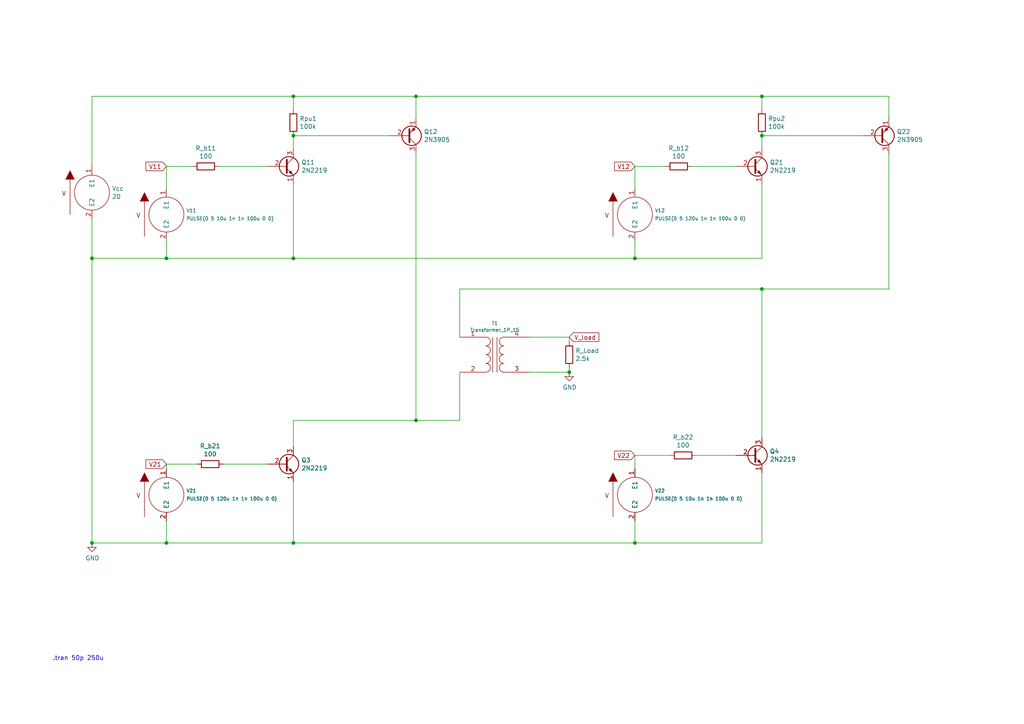
<source format=kicad_sch>
(kicad_sch (version 20211123) (generator eeschema)
  (paper "A4")
  (lib_symbols
    (symbol "Device:R" (pin_numbers hide) (pin_names (offset 0))
      (property "Reference" "R" (at 2.032 0 90))
      (property "Value" "R" (at 0 0 90))
      (symbol "R_0_1"
        (rectangle (start -1.016 -2.54) (end 1.016 2.54) (stroke (width 0.254)))
      )
      (symbol "R_1_1"
        (pin passive line (at 0 3.81 270) (length 1.27) (name "~") (number "1"))
        (pin passive line (at 0 -3.81 90) (length 1.27) (name "~") (number "2"))
      )
    )
    (symbol "Device:Transformer_1P_1S" (pin_names (offset 1.016) hide)
      (property "Reference" "T" (at 0 6.35 0))
      (property "Value" "Transformer_1P_1S" (at 0 -7.62 0))
      (symbol "Transformer_1P_1S_0_1"
        (arc (start -2.54 -5.0546) (mid -1.6599 -4.6901) (end -1.27 -3.81))
        (arc (start -2.54 -2.5146) (mid -1.6599 -2.1501) (end -1.27 -1.27))
        (arc (start -2.54 0.0254) (mid -1.6599 0.3899) (end -1.27 1.27))
        (arc (start -2.54 2.5654) (mid -1.6599 2.9299) (end -1.27 3.81))
        (arc (start -1.27 -3.81) (mid -1.642 -2.912) (end -2.54 -2.54))
        (arc (start -1.27 -1.27) (mid -1.642 -0.372) (end -2.54 0))
        (arc (start -1.27 1.27) (mid -1.642 2.168) (end -2.54 2.54))
        (arc (start -1.27 3.81) (mid -1.642 4.708) (end -2.54 5.08))
        (polyline (pts (xy -0.635 5.08) (xy -0.635 -5.08)))
        (polyline (pts (xy 0.635 -5.08) (xy 0.635 5.08)))
        (arc (start 1.2954 -1.27) (mid 1.6599 -2.1501) (end 2.54 -2.5146))
        (arc (start 1.2954 1.27) (mid 1.6599 0.3899) (end 2.54 0.0254))
        (arc (start 1.2954 3.81) (mid 1.6599 2.9299) (end 2.54 2.5654))
        (arc (start 1.3208 -3.81) (mid 1.6853 -4.6901) (end 2.5654 -5.0546))
        (arc (start 2.54 0) (mid 1.642 -0.372) (end 1.2954 -1.27))
        (arc (start 2.54 2.54) (mid 1.642 2.168) (end 1.2954 1.27))
        (arc (start 2.54 5.08) (mid 1.642 4.708) (end 1.2954 3.81))
        (arc (start 2.5654 -2.54) (mid 1.6674 -2.912) (end 1.3208 -3.81))
      )
      (symbol "Transformer_1P_1S_1_1"
        (pin passive line (at -10.16 5.08 0) (length 7.62) (name "AA") (number "1"))
        (pin passive line (at -10.16 -5.08 0) (length 7.62) (name "AB") (number "2"))
        (pin passive line (at 10.16 -5.08 180) (length 7.62) (name "SA") (number "3"))
        (pin passive line (at 10.16 5.08 180) (length 7.62) (name "SB") (number "4"))
      )
    )
    (symbol "Transistor_BJT:2N2219" (pin_names (offset 0) hide)
      (property "Reference" "Q" (at 5.08 1.905 0))
      (property "Value" "2N2219" (at 5.08 0 0))
      (symbol "2N2219_0_1"
        (polyline (pts (xy 0.635 0.635) (xy 2.54 2.54)))
        (polyline (pts (xy 0.635 -0.635) (xy 2.54 -2.54) (xy 2.54 -2.54)))
        (polyline (pts (xy 0.635 1.905) (xy 0.635 -1.905) (xy 0.635 -1.905)) (stroke (width 0.508)))
        (polyline (pts (xy 1.27 -1.778) (xy 1.778 -1.27) (xy 2.286 -2.286) (xy 1.27 -1.778) (xy 1.27 -1.778)) (fill (type outline)))
        (circle (center 1.27 0) (radius 2.8194) (stroke (width 0.254)))
      )
      (symbol "2N2219_1_1"
        (pin passive line (at 2.54 -5.08 90) (length 2.54) (name "E") (number "1"))
        (pin passive line (at -5.08 0 0) (length 5.715) (name "B") (number "2"))
        (pin passive line (at 2.54 5.08 270) (length 2.54) (name "C") (number "3"))
      )
    )
    (symbol "Transistor_BJT:2N3905" (pin_names (offset 0) hide)
      (property "Reference" "Q" (at 5.08 1.905 0))
      (property "Value" "2N3905" (at 5.08 0 0))
      (symbol "2N3905_0_1"
        (polyline (pts (xy 0.635 0.635) (xy 2.54 2.54)))
        (polyline (pts (xy 0.635 -0.635) (xy 2.54 -2.54) (xy 2.54 -2.54)))
        (polyline (pts (xy 0.635 1.905) (xy 0.635 -1.905) (xy 0.635 -1.905)) (stroke (width 0.508)))
        (polyline (pts (xy 2.286 -1.778) (xy 1.778 -2.286) (xy 1.27 -1.27) (xy 2.286 -1.778) (xy 2.286 -1.778)) (fill (type outline)))
        (circle (center 1.27 0) (radius 2.8194) (stroke (width 0.254)))
      )
      (symbol "2N3905_1_1"
        (pin passive line (at 2.54 -5.08 90) (length 2.54) (name "E") (number "1"))
        (pin input line (at -5.08 0 0) (length 5.715) (name "B") (number "2"))
        (pin passive line (at 2.54 5.08 270) (length 2.54) (name "C") (number "3"))
      )
    )
    (symbol "power:GND" (power) (pin_names (offset 0))
      (property "Value" "GND" (at 0 -3.81 0))
      (symbol "GND_0_1"
        (polyline (pts (xy 0 0) (xy 0 -1.27) (xy 1.27 -1.27) (xy 0 -2.54) (xy -1.27 -1.27) (xy 0 -1.27)))
      )
      (symbol "GND_1_1"
        (pin power_in line (at 0 0 270) (length 0) hide (name "GND") (number "1"))
      )
    )
    (symbol "pspice:VSOURCE" (pin_names (offset 1.016))
      (property "Reference" "V" (at -6.35 7.62 0))
      (property "Value" "VSOURCE" (at 0 0 0))
      (symbol "VSOURCE_0_1"
        (polyline (pts (xy -6.35 -6.35) (xy -6.35 3.81)) (fill (type outline)))
        (polyline (pts (xy -7.62 3.81) (xy -6.35 6.35) (xy -5.08 3.81)) (fill (type outline)))
        (circle (center 0 0) (radius 5.08))
        (text "V" (at -8.128 -0.254 0) (effects (font (size 1.27 1.27))))
      )
      (symbol "VSOURCE_1_1"
        (pin input line (at 0 7.62 270) (length 2.54) (name "E1") (number "1"))
        (pin input line (at 0 -7.62 90) (length 2.54) (name "E2") (number "2"))
      )
    )
  )
  (junction (at 85.09 27.94))
  (junction (at 48.26 157.48))
  (junction (at 165.1 107.95))
  (junction (at 220.98 83.82))
  (junction (at 120.65 121.92))
  (junction (at 120.65 27.94))
  (junction (at 85.09 39.37))
  (junction (at 220.98 39.37))
  (junction (at 48.26 74.93))
  (junction (at 85.09 74.93))
  (junction (at 220.98 27.94))
  (junction (at 184.15 157.48))
  (junction (at 26.67 74.93))
  (junction (at 26.67 157.48))
  (junction (at 184.15 74.93))
  (junction (at 85.09 157.48))
  (wire (pts (xy 250.19 39.37) (xy 220.98 39.37)))
  (wire (pts (xy 63.5 48.26) (xy 77.47 48.26)))
  (wire (pts (xy 48.26 48.26) (xy 48.26 54.61)))
  (wire (pts (xy 64.77 134.62) (xy 77.47 134.62)))
  (wire (pts (xy 200.66 48.26) (xy 213.36 48.26)))
  (wire (pts (xy 48.26 157.48) (xy 48.26 151.13)))
  (wire (pts (xy 120.65 34.29) (xy 120.65 27.94)))
  (wire (pts (xy 85.09 121.92) (xy 120.65 121.92)))
  (wire (pts (xy 26.67 27.94) (xy 85.09 27.94)))
  (wire (pts (xy 201.93 132.08) (xy 213.36 132.08)))
  (wire (pts (xy 85.09 31.75) (xy 85.09 27.94)))
  (wire (pts (xy 184.15 157.48) (xy 220.98 157.48)))
  (wire (pts (xy 133.35 83.82) (xy 220.98 83.82)))
  (wire (pts (xy 85.09 121.92) (xy 85.09 129.54)))
  (wire (pts (xy 48.26 74.93) (xy 85.09 74.93)))
  (wire (pts (xy 48.26 134.62) (xy 48.26 135.89)))
  (wire (pts (xy 165.1 106.68) (xy 165.1 107.95)))
  (wire (pts (xy 48.26 69.85) (xy 48.26 74.93)))
  (wire (pts (xy 85.09 139.7) (xy 85.09 157.48)))
  (wire (pts (xy 257.81 44.45) (xy 257.81 83.82)))
  (wire (pts (xy 184.15 48.26) (xy 193.04 48.26)))
  (wire (pts (xy 26.67 48.26) (xy 26.67 27.94)))
  (wire (pts (xy 85.09 157.48) (xy 184.15 157.48)))
  (wire (pts (xy 85.09 74.93) (xy 184.15 74.93)))
  (wire (pts (xy 184.15 157.48) (xy 184.15 151.13)))
  (wire (pts (xy 165.1 97.79) (xy 165.1 99.06)))
  (wire (pts (xy 184.15 74.93) (xy 220.98 74.93)))
  (wire (pts (xy 48.26 134.62) (xy 57.15 134.62)))
  (wire (pts (xy 184.15 132.08) (xy 194.31 132.08)))
  (wire (pts (xy 220.98 83.82) (xy 220.98 127)))
  (wire (pts (xy 26.67 74.93) (xy 48.26 74.93)))
  (wire (pts (xy 220.98 137.16) (xy 220.98 157.48)))
  (wire (pts (xy 85.09 27.94) (xy 120.65 27.94)))
  (wire (pts (xy 48.26 157.48) (xy 85.09 157.48)))
  (wire (pts (xy 257.81 34.29) (xy 257.81 27.94)))
  (wire (pts (xy 184.15 132.08) (xy 184.15 135.89)))
  (wire (pts (xy 220.98 27.94) (xy 257.81 27.94)))
  (wire (pts (xy 220.98 39.37) (xy 220.98 43.18)))
  (wire (pts (xy 113.03 39.37) (xy 85.09 39.37)))
  (wire (pts (xy 220.98 31.75) (xy 220.98 27.94)))
  (wire (pts (xy 220.98 53.34) (xy 220.98 74.93)))
  (wire (pts (xy 153.67 97.79) (xy 165.1 97.79)))
  (wire (pts (xy 120.65 121.92) (xy 133.35 121.92)))
  (wire (pts (xy 26.67 74.93) (xy 26.67 157.48)))
  (wire (pts (xy 184.15 48.26) (xy 184.15 54.61)))
  (wire (pts (xy 220.98 83.82) (xy 257.81 83.82)))
  (wire (pts (xy 85.09 39.37) (xy 85.09 43.18)))
  (wire (pts (xy 120.65 27.94) (xy 220.98 27.94)))
  (wire (pts (xy 26.67 157.48) (xy 48.26 157.48)))
  (wire (pts (xy 26.67 63.5) (xy 26.67 74.93)))
  (wire (pts (xy 120.65 44.45) (xy 120.65 121.92)))
  (wire (pts (xy 184.15 69.85) (xy 184.15 74.93)))
  (wire (pts (xy 48.26 48.26) (xy 55.88 48.26)))
  (wire (pts (xy 133.35 107.95) (xy 133.35 121.92)))
  (wire (pts (xy 165.1 107.95) (xy 153.67 107.95)))
  (wire (pts (xy 133.35 97.79) (xy 133.35 83.82)))
  (wire (pts (xy 85.09 53.34) (xy 85.09 74.93)))
  (text ".tran 50p 250u" (at 15.24 191.77 0) (effects (font (size 1.27 1.27)) (justify left bottom)))
  (global_label "V12" (shape input) (at 184.15 48.26 180) (property "Intersheet References" "${INTERSHEET_REFS}" (effects hide)))
  (global_label "V_load" (shape input) (at 165.1 97.79 0) (property "Intersheet References" "${INTERSHEET_REFS}" (effects hide)))
  (global_label "V21" (shape input) (at 48.26 134.62 180) (property "Intersheet References" "${INTERSHEET_REFS}" (effects hide)))
  (global_label "V11" (shape input) (at 48.26 48.26 180) (property "Intersheet References" "${INTERSHEET_REFS}" (effects hide)))
  (global_label "V22" (shape input) (at 184.15 132.08 180) (property "Intersheet References" "${INTERSHEET_REFS}" (effects hide)))
  (symbol (lib_id "pspice:VSOURCE") (at 26.67 55.88 0) (unit 1)
    (property "Reference" "Vcc" (at 32.4612 54.7116 0) (effects (justify left)))
    (property "Value" "20" (at 32.4612 57.023 0) (effects (justify left)))
  )
  (symbol (lib_id "pspice:VSOURCE") (at 48.26 62.23 0) (unit 1)
    (property "Reference" "V11" (at 54.0512 61.0616 0) (effects (font (size 0.9906 0.9906)) (justify left)))
    (property "Value" "PULSE(0 5 10u 1n 1n 100u 0 0)" (at 54.0512 63.373 0) (effects (font (size 0.9906 0.9906)) (justify left)))
  )
  (symbol (lib_id "power:GND") (at 26.67 157.48 0) (unit 1)
    (property "Reference" "#PWR?" (effects hide))
    (property "Value" "GND" (at 26.797 161.8742 0))
  )
  (symbol (lib_id "Transistor_BJT:2N2219") (at 82.55 48.26 0) (unit 1)
    (property "Reference" "Q11" (at 87.376 47.0916 0) (effects (justify left)))
    (property "Value" "2N2219" (at 87.376 49.403 0) (effects (justify left)))
    (property "Footprint" "Package_TO_SOT_THT:TO-39-3" (effects hide))
    (property "Datasheet" "http://www.onsemi.com/pub_link/Collateral/2N2219-D.PDF" (effects hide))
    (property "Spice_Primitive" "Q" (effects hide))
    (property "Spice_Model" "2N2219" (effects hide))
    (property "Spice_Netlist_Enabled" "Y" (effects hide))
    (property "Spice_Lib_File" "/home/m/projects/electronics/ngspice_models/2N2219.LIB" (effects hide))
  )
  (symbol (lib_id "Device:R") (at 85.09 35.56 0) (unit 1)
    (property "Reference" "Rpu1" (at 86.868 34.3916 0) (effects (justify left)))
    (property "Value" "100k" (at 86.868 36.703 0) (effects (justify left)))
  )
  (symbol (lib_id "Transistor_BJT:2N3905") (at 118.11 39.37 0) (mirror x) (unit 1)
    (property "Reference" "Q12" (at 122.936 38.2016 0) (effects (justify left)))
    (property "Value" "2N3905" (at 122.936 40.513 0) (effects (justify left)))
    (property "Footprint" "Package_TO_SOT_THT:TO-92_Inline" (effects hide))
    (property "Datasheet" "https://www.nteinc.com/specs/original/2N3905_06.pdf" (effects hide))
    (property "Spice_Primitive" "Q" (effects hide))
    (property "Spice_Model" "bdx54c" (effects hide))
    (property "Spice_Netlist_Enabled" "Y" (effects hide))
    (property "Spice_Lib_File" "/home/m/projects/electronics/ngspice_models/bdx54c.lib" (effects hide))
  )
  (symbol (lib_id "Device:Transformer_1P_1S") (at 143.51 102.87 0) (unit 1)
    (property "Reference" "T1" (at 143.51 93.8022 0) (effects (font (size 0.9906 0.9906))))
    (property "Value" "Transformer_1P_1S" (at 143.51 95.7072 0) (effects (font (size 0.9906 0.9906))))
    (property "Spice_Primitive" "X" (effects hide))
    (property "Spice_Model" "IT" (effects hide))
    (property "Spice_Netlist_Enabled" "Y" (effects hide))
    (property "Spice_Lib_File" "/home/m/projects/electronics/ngspice_models/ideal_transformer.mod" (effects hide))
    (property "Spice_Node_Sequence" "1 2 4 3" (effects hide))
  )
  (symbol (lib_id "Device:R") (at 165.1 102.87 0) (unit 1)
    (property "Reference" "R_Load" (at 166.878 101.7016 0) (effects (justify left)))
    (property "Value" "2.5k" (at 166.878 104.013 0) (effects (justify left)))
  )
  (symbol (lib_id "power:GND") (at 165.1 107.95 0) (unit 1)
    (property "Reference" "#PWR?" (effects hide))
    (property "Value" "GND" (at 165.227 112.3442 0))
  )
  (symbol (lib_id "Transistor_BJT:2N3905") (at 255.27 39.37 0) (mirror x) (unit 1)
    (property "Reference" "Q22" (at 260.096 38.2016 0) (effects (justify left)))
    (property "Value" "2N3905" (at 260.096 40.513 0) (effects (justify left)))
    (property "Footprint" "Package_TO_SOT_THT:TO-92_Inline" (effects hide))
    (property "Datasheet" "https://www.nteinc.com/specs/original/2N3905_06.pdf" (effects hide))
    (property "Spice_Primitive" "Q" (effects hide))
    (property "Spice_Model" "bdx54c" (effects hide))
    (property "Spice_Netlist_Enabled" "Y" (effects hide))
    (property "Spice_Lib_File" "/home/m/projects/electronics/ngspice_models/bdx54c.lib" (effects hide))
  )
  (symbol (lib_id "Device:R") (at 220.98 35.56 0) (unit 1)
    (property "Reference" "Rpu2" (at 222.758 34.3916 0) (effects (justify left)))
    (property "Value" "100k" (at 222.758 36.703 0) (effects (justify left)))
  )
  (symbol (lib_id "Transistor_BJT:2N2219") (at 218.44 48.26 0) (unit 1)
    (property "Reference" "Q21" (at 223.266 47.0916 0) (effects (justify left)))
    (property "Value" "2N2219" (at 223.266 49.403 0) (effects (justify left)))
    (property "Footprint" "Package_TO_SOT_THT:TO-39-3" (effects hide))
    (property "Datasheet" "http://www.onsemi.com/pub_link/Collateral/2N2219-D.PDF" (effects hide))
    (property "Spice_Primitive" "Q" (effects hide))
    (property "Spice_Model" "2N2219" (effects hide))
    (property "Spice_Netlist_Enabled" "Y" (effects hide))
    (property "Spice_Lib_File" "/home/m/projects/electronics/ngspice_models/2N2219.LIB" (effects hide))
  )
  (symbol (lib_id "pspice:VSOURCE") (at 184.15 62.23 0) (unit 1)
    (property "Reference" "V12" (at 189.9412 61.0616 0) (effects (font (size 0.9906 0.9906)) (justify left)))
    (property "Value" "PULSE(0 5 120u 1n 1n 100u 0 0)" (at 189.9412 63.373 0) (effects (font (size 0.9906 0.9906)) (justify left)))
  )
  (symbol (lib_id "Device:R") (at 59.69 48.26 270) (unit 1)
    (property "Reference" "R_b11" (at 59.69 43.0022 90))
    (property "Value" "100" (at 59.69 45.3136 90))
  )
  (symbol (lib_id "Transistor_BJT:2N2219") (at 82.55 134.62 0) (unit 1)
    (property "Reference" "Q3" (at 87.376 133.4516 0) (effects (justify left)))
    (property "Value" "2N2219" (at 87.376 135.763 0) (effects (justify left)))
    (property "Footprint" "Package_TO_SOT_THT:TO-39-3" (effects hide))
    (property "Datasheet" "http://www.onsemi.com/pub_link/Collateral/2N2219-D.PDF" (effects hide))
    (property "Spice_Primitive" "Q" (effects hide))
    (property "Spice_Model" "2N2219" (effects hide))
    (property "Spice_Netlist_Enabled" "Y" (effects hide))
    (property "Spice_Lib_File" "/home/m/projects/electronics/ngspice_models/2N2219.LIB" (effects hide))
  )
  (symbol (lib_id "pspice:VSOURCE") (at 48.26 143.51 0) (unit 1)
    (property "Reference" "V21" (at 54.0512 142.3416 0) (effects (font (size 0.9906 0.9906)) (justify left)))
    (property "Value" "PULSE(0 5 120u 1n 1n 100u 0 0)" (at 54.0512 144.653 0) (effects (font (size 0.9906 0.9906)) (justify left)))
  )
  (symbol (lib_id "Device:R") (at 196.85 48.26 270) (unit 1)
    (property "Reference" "R_b12" (at 196.85 43.0022 90))
    (property "Value" "100" (at 196.85 45.3136 90))
  )
  (symbol (lib_id "Device:R") (at 198.12 132.08 270) (unit 1)
    (property "Reference" "R_b22" (at 198.12 126.8222 90))
    (property "Value" "100" (at 198.12 129.1336 90))
  )
  (symbol (lib_id "Device:R") (at 60.96 134.62 270) (unit 1)
    (property "Reference" "R_b21" (at 60.96 129.3622 90))
    (property "Value" "100" (at 60.96 131.6736 90))
  )
  (symbol (lib_id "Transistor_BJT:2N2219") (at 218.44 132.08 0) (unit 1)
    (property "Reference" "Q4" (at 223.266 130.9116 0) (effects (justify left)))
    (property "Value" "2N2219" (at 223.266 133.223 0) (effects (justify left)))
    (property "Footprint" "Package_TO_SOT_THT:TO-39-3" (effects hide))
    (property "Datasheet" "http://www.onsemi.com/pub_link/Collateral/2N2219-D.PDF" (effects hide))
    (property "Spice_Primitive" "Q" (effects hide))
    (property "Spice_Model" "2N2219" (effects hide))
    (property "Spice_Netlist_Enabled" "Y" (effects hide))
    (property "Spice_Lib_File" "/home/m/projects/electronics/ngspice_models/2N2219.LIB" (effects hide))
  )
  (symbol (lib_id "pspice:VSOURCE") (at 184.15 143.51 0) (unit 1)
    (property "Reference" "V22" (at 189.9412 142.3416 0) (effects (font (size 0.9906 0.9906)) (justify left)))
    (property "Value" "PULSE(0 5 10u 1n 1n 100u 0 0)" (at 189.9412 144.653 0) (effects (font (size 0.9906 0.9906)) (justify left)))
  )
)
</source>
